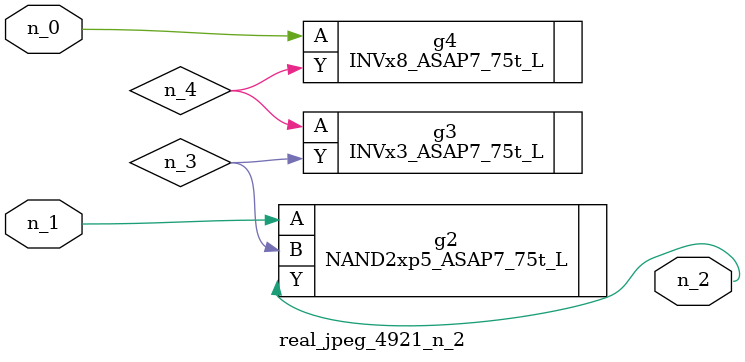
<source format=v>
module real_jpeg_4921_n_2 (n_1, n_0, n_2);

input n_1;
input n_0;

output n_2;

wire n_4;
wire n_3;

INVx8_ASAP7_75t_L g4 ( 
.A(n_0),
.Y(n_4)
);

NAND2xp5_ASAP7_75t_L g2 ( 
.A(n_1),
.B(n_3),
.Y(n_2)
);

INVx3_ASAP7_75t_L g3 ( 
.A(n_4),
.Y(n_3)
);


endmodule
</source>
